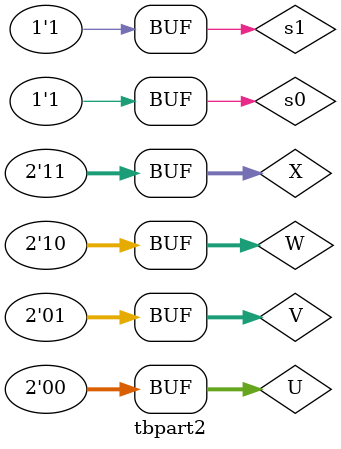
<source format=v>
module mux4(
	input wire s1,
	input wire s0,
	input wire u,
	input wire v,
	input wire w,
	input wire x,
	output reg m // procedural block 을 사용해서 combinational logic을 기술하는 형태로 하기 때문에
);                    // left handed side output을 reg type으로 선언함

always @ *
	case({s1, s0}) 
	2'b00 : m = u ; // s1s0 = 00 이면 m = u
	2'b01 : m = v ; // s1s0 = 01 이면 m = v
	2'b10 : m = w ; // s1s0 = 10 이면 m = w
	2'b11 : m = x ; // s1s0 = 11 이면 m = v
//part1에서 만들었던 2-to-1 mux를 사용해도 되지만 case문을 사용
	endcase

endmodule


module part2(
	input wire s0,
	input wire s1,
	input wire [1:0] U,
	input wire [1:0] V,
	input wire [1:0] W,
	input wire [1:0] X,
	output wire [1:0] M
);

mux4 u0(.u(U[0]), .v(V[0]), .w(W[0]), .x(X[0]), .s0(s0), .s1(s1), .m(M[0]));
mux4 u1(.u(U[1]), .v(V[1]), .w(W[1]), .x(X[1]), .s0(s0), .s1(s1), .m(M[1])); 

endmodule

module tbpart2();  // testbench module
reg [1:0] U;
reg [1:0] V;
reg [1:0] W;
reg [1:0] X;
reg s0;
reg s1;
wire [1:0] M;

part2 u(.U(U), .V(V), .W(W), .X(X), .s0(s0), .s1(s1), .M(M));

initial begin

U = 2'b00;
V = 2'b01;
W = 2'b10;
X = 2'b11;  // U = 00, V = 01, W = 10, X = 11 으로 초기값 설정

s0 = 2'b0;
s1 = 2'b0;

#200 s0 = 2'b1;

#200 s1 = 2'b1; s0 = 2'b0;

#200 s0 = 2'b1; // 200 timeunit마다 s0와 s1에 변화를 줘서 output 변화 

end

endmodule

</source>
